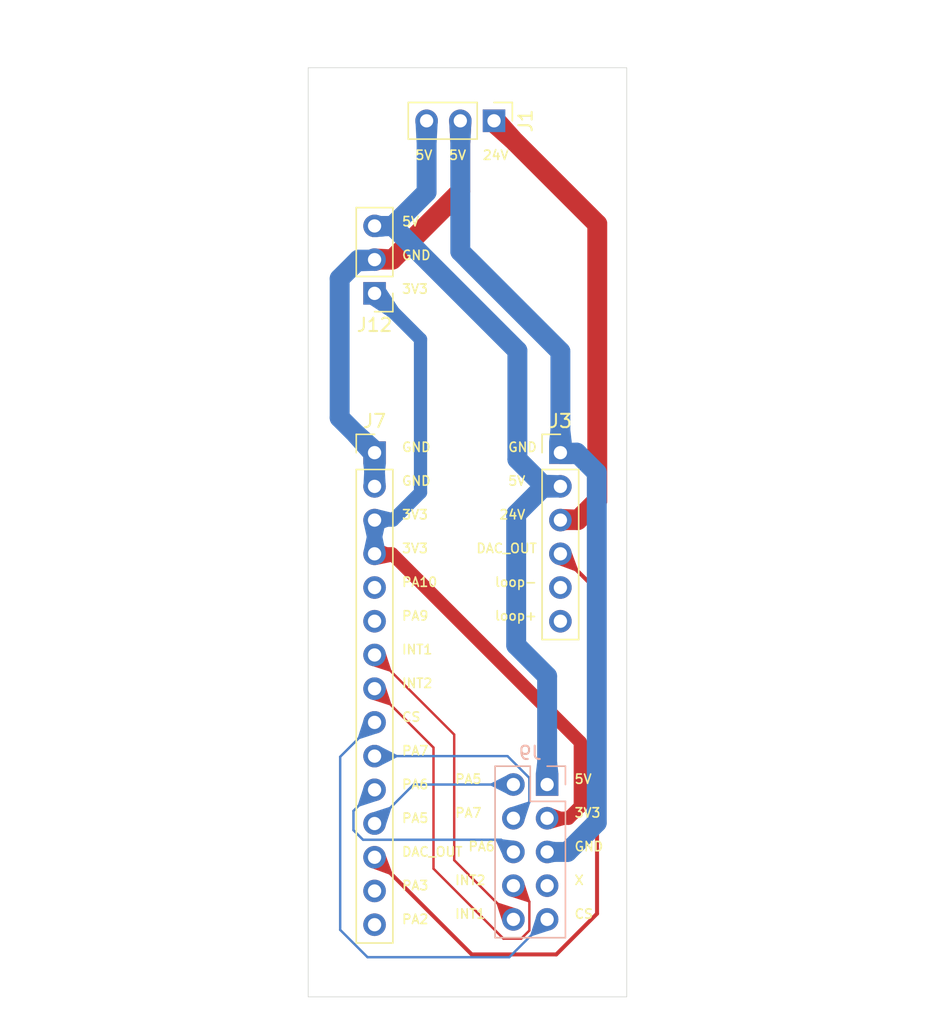
<source format=kicad_pcb>
(kicad_pcb (version 20241229) (generator "pcbnew") (generator_version "9.0")
  (layers (0 "F.Cu" signal) (2 "B.Cu" signal) (13 "F.Paste" user) (15 "B.Paste" user) (5 "F.SilkS" user "F.Silkscreen") (7 "B.SilkS" user "B.Silkscreen") (1 "F.Mask" user) (3 "B.Mask" user) (25 "Edge.Cuts" user))
  (net 0 "")
  (net 1 "+5V")
  (net 2 "GND")
  (net 3 "+24V")
  (net 4 "/DAC_OUT")
  (net 5 "/loop+")
  (net 6 "/loop-")
  (net 7 "/PA6")
  (net 8 "/PA5")
  (net 9 "/PA7")
  (net 10 "/PA2")
  (net 11 "/PA3")
  (net 12 "/PA9")
  (net 13 "/PA10")
  (net 14 "/INT1")
  (net 15 "/CS")
  (net 16 "+3.3V")
  (net 17 "/INT2")
  (net 18 "/VS")
  (footprint "Connector_PinHeader_2.54mm:PinHeader_1x15_P2.54mm_Vertical" (layer "F.Cu") (at 95 108)
    (property "Reference" "J7" (at 0 -2.38 0) (layer "F.SilkS"))
    (property "Value" "Conn_01x15")
    (fp_line (start -1.38 -1.38) (end 0 -1.38) (stroke (width 0.12)) (layer "F.SilkS"))
    (fp_line (start -1.38 0) (end -1.38 -1.38) (stroke (width 0.12)) (layer "F.SilkS"))
    (fp_line (start -1.38 1.27) (end -1.38 36.94) (stroke (width 0.12)) (layer "F.SilkS"))
    (fp_line (start -1.38 1.27) (end 1.38 1.27) (stroke (width 0.12)) (layer "F.SilkS"))
    (fp_line (start -1.38 36.94) (end 1.38 36.94) (stroke (width 0.12)) (layer "F.SilkS"))
    (fp_line (start 1.38 1.27) (end 1.38 36.94) (stroke (width 0.12)) (layer "F.SilkS"))
    (pad "1" thru_hole rect (at 0 0) (size 1.7 1.7) (drill 1) (layers "*.Cu" "*.Mask") (net 2 "GND"))
    (pad "2" thru_hole circle (at 0 2.54) (size 1.7 1.7) (drill 1) (layers "*.Cu" "*.Mask") (net 2 "GND"))
    (pad "3" thru_hole circle (at 0 5.08) (size 1.7 1.7) (drill 1) (layers "*.Cu" "*.Mask") (net 16 "+3.3V"))
    (pad "4" thru_hole circle (at 0 7.62) (size 1.7 1.7) (drill 1) (layers "*.Cu" "*.Mask") (net 16 "+3.3V"))
    (pad "5" thru_hole circle (at 0 10.16) (size 1.7 1.7) (drill 1) (layers "*.Cu" "*.Mask") (net 13 "/PA10"))
    (pad "6" thru_hole circle (at 0 12.7) (size 1.7 1.7) (drill 1) (layers "*.Cu" "*.Mask") (net 12 "/PA9"))
    (pad "7" thru_hole circle (at 0 15.24) (size 1.7 1.7) (drill 1) (layers "*.Cu" "*.Mask") (net 14 "/INT1"))
    (pad "8" thru_hole circle (at 0 17.78) (size 1.7 1.7) (drill 1) (layers "*.Cu" "*.Mask") (net 17 "/INT2"))
    (pad "9" thru_hole circle (at 0 20.32) (size 1.7 1.7) (drill 1) (layers "*.Cu" "*.Mask") (net 15 "/CS"))
    (pad "10" thru_hole circle (at 0 22.86) (size 1.7 1.7) (drill 1) (layers "*.Cu" "*.Mask") (net 9 "/PA7"))
    (pad "11" thru_hole circle (at 0 25.4) (size 1.7 1.7) (drill 1) (layers "*.Cu" "*.Mask") (net 7 "/PA6"))
    (pad "12" thru_hole circle (at 0 27.94) (size 1.7 1.7) (drill 1) (layers "*.Cu" "*.Mask") (net 8 "/PA5"))
    (pad "13" thru_hole circle (at 0 30.48) (size 1.7 1.7) (drill 1) (layers "*.Cu" "*.Mask") (net 4 "/DAC_OUT"))
    (pad "14" thru_hole circle (at 0 33.02) (size 1.7 1.7) (drill 1) (layers "*.Cu" "*.Mask") (net 11 "/PA3"))
    (pad "15" thru_hole circle (at 0 35.56) (size 1.7 1.7) (drill 1) (layers "*.Cu" "*.Mask") (net 10 "/PA2"))
  )
  (footprint "Connector_PinHeader_2.54mm:PinHeader_1x03_P2.54mm_Vertical" (layer "F.Cu") (at 95 96 180)
    (property "Reference" "J12" (at 0 -2.38 0) (layer "F.SilkS"))
    (property "Value" "Conn_01x03")
    (fp_line (start 1.38 1.27) (end 1.38 6.46) (stroke (width 0.12)) (layer "F.SilkS"))
    (fp_line (start -1.38 6.46) (end 1.38 6.46) (stroke (width 0.12)) (layer "F.SilkS"))
    (fp_line (start -1.38 1.27) (end 1.38 1.27) (stroke (width 0.12)) (layer "F.SilkS"))
    (fp_line (start -1.38 1.27) (end -1.38 6.46) (stroke (width 0.12)) (layer "F.SilkS"))
    (fp_line (start -1.38 0) (end -1.38 -1.38) (stroke (width 0.12)) (layer "F.SilkS"))
    (fp_line (start -1.38 -1.38) (end 0 -1.38) (stroke (width 0.12)) (layer "F.SilkS"))
    (pad "1" thru_hole rect (at 0 0 180) (size 1.7 1.7) (drill 1) (layers "*.Cu" "*.Mask") (net 16 "+3.3V"))
    (pad "2" thru_hole circle (at 0 2.54 180) (size 1.7 1.7) (drill 1) (layers "*.Cu" "*.Mask") (net 2 "GND"))
    (pad "3" thru_hole circle (at 0 5.08 180) (size 1.7 1.7) (drill 1) (layers "*.Cu" "*.Mask") (net 1 "+5V"))
  )
  (footprint "Connector_PinHeader_2.54mm:PinHeader_1x06_P2.54mm_Vertical" (layer "F.Cu") (at 109 108)
    (property "Reference" "J3" (at 0 -2.38 0) (layer "F.SilkS"))
    (property "Value" "Conn_01x06")
    (fp_line (start -1.38 -1.38) (end 0 -1.38) (stroke (width 0.12)) (layer "F.SilkS"))
    (fp_line (start -1.38 0) (end -1.38 -1.38) (stroke (width 0.12)) (layer "F.SilkS"))
    (fp_line (start -1.38 1.27) (end -1.38 14.08) (stroke (width 0.12)) (layer "F.SilkS"))
    (fp_line (start -1.38 1.27) (end 1.38 1.27) (stroke (width 0.12)) (layer "F.SilkS"))
    (fp_line (start -1.38 14.08) (end 1.38 14.08) (stroke (width 0.12)) (layer "F.SilkS"))
    (fp_line (start 1.38 1.27) (end 1.38 14.08) (stroke (width 0.12)) (layer "F.SilkS"))
    (pad "1" thru_hole rect (at 0 0) (size 1.7 1.7) (drill 1) (layers "*.Cu" "*.Mask") (net 2 "GND"))
    (pad "2" thru_hole circle (at 0 2.54) (size 1.7 1.7) (drill 1) (layers "*.Cu" "*.Mask") (net 1 "+5V"))
    (pad "3" thru_hole circle (at 0 5.08) (size 1.7 1.7) (drill 1) (layers "*.Cu" "*.Mask") (net 3 "+24V"))
    (pad "4" thru_hole circle (at 0 7.62) (size 1.7 1.7) (drill 1) (layers "*.Cu" "*.Mask") (net 4 "/DAC_OUT"))
    (pad "5" thru_hole circle (at 0 10.16) (size 1.7 1.7) (drill 1) (layers "*.Cu" "*.Mask") (net 6 "/loop-"))
    (pad "6" thru_hole circle (at 0 12.7) (size 1.7 1.7) (drill 1) (layers "*.Cu" "*.Mask") (net 5 "/loop+"))
  )
  (footprint "Connector_PinHeader_2.54mm:PinHeader_1x03_P2.54mm_Vertical" (layer "F.Cu") (at 104 83 -90)
    (property "Reference" "J1" (at 0 -2.38 90) (layer "F.SilkS"))
    (property "Value" "Conn_01x03")
    (fp_line (start -1.38 6.46) (end 1.38 6.46) (stroke (width 0.12)) (layer "F.SilkS"))
    (fp_line (start -1.38 1.27) (end -1.38 6.46) (stroke (width 0.12)) (layer "F.SilkS"))
    (fp_line (start -1.38 1.27) (end 1.38 1.27) (stroke (width 0.12)) (layer "F.SilkS"))
    (fp_line (start 1.38 1.27) (end 1.38 6.46) (stroke (width 0.12)) (layer "F.SilkS"))
    (fp_line (start -1.38 0) (end -1.38 -1.38) (stroke (width 0.12)) (layer "F.SilkS"))
    (fp_line (start -1.38 -1.38) (end 0 -1.38) (stroke (width 0.12)) (layer "F.SilkS"))
    (pad "1" thru_hole rect (at 0 0 270) (size 1.7 1.7) (drill 1) (layers "*.Cu" "*.Mask") (net 3 "+24V"))
    (pad "2" thru_hole circle (at 0 2.54 270) (size 1.7 1.7) (drill 1) (layers "*.Cu" "*.Mask") (net 2 "GND"))
    (pad "3" thru_hole circle (at 0 5.08 270) (size 1.7 1.7) (drill 1) (layers "*.Cu" "*.Mask") (net 1 "+5V"))
  )
  (footprint "Connector_PinHeader_2.54mm:PinHeader_2x05_P2.54mm_Vertical" (layer "B.Cu") (at 108 133 180)
    (property "Reference" "J9" (at 1.27 2.38 0) (layer "B.SilkS") (effects (justify mirror)))
    (property "Value" "Conn_02x05_Odd_Even")
    (fp_line (start 3.92 1.38) (end 3.92 -11.54) (stroke (width 0.12)) (layer "B.SilkS"))
    (fp_line (start 1.27 1.38) (end 3.92 1.38) (stroke (width 0.12)) (layer "B.SilkS"))
    (fp_line (start 1.27 -1.27) (end 1.27 1.38) (stroke (width 0.12)) (layer "B.SilkS"))
    (fp_line (start -1.38 1.38) (end 0 1.38) (stroke (width 0.12)) (layer "B.SilkS"))
    (fp_line (start -1.38 0) (end -1.38 1.38) (stroke (width 0.12)) (layer "B.SilkS"))
    (fp_line (start -1.38 -1.27) (end 1.27 -1.27) (stroke (width 0.12)) (layer "B.SilkS"))
    (fp_line (start -1.38 -1.27) (end -1.38 -11.54) (stroke (width 0.12)) (layer "B.SilkS"))
    (fp_line (start -1.38 -11.54) (end 3.92 -11.54) (stroke (width 0.12)) (layer "B.SilkS"))
    (pad "1" thru_hole rect (at 0 0 180) (size 1.7 1.7) (drill 1) (layers "*.Cu" "*.Mask") (net 1 "+5V"))
    (pad "2" thru_hole circle (at 2.54 0 180) (size 1.7 1.7) (drill 1) (layers "*.Cu" "*.Mask") (net 8 "/PA5"))
    (pad "3" thru_hole circle (at 0 -2.54 180) (size 1.7 1.7) (drill 1) (layers "*.Cu" "*.Mask") (net 16 "+3.3V"))
    (pad "4" thru_hole circle (at 2.54 -2.54 180) (size 1.7 1.7) (drill 1) (layers "*.Cu" "*.Mask") (net 9 "/PA7"))
    (pad "5" thru_hole circle (at 0 -5.08 180) (size 1.7 1.7) (drill 1) (layers "*.Cu" "*.Mask") (net 2 "GND"))
    (pad "6" thru_hole circle (at 2.54 -5.08 180) (size 1.7 1.7) (drill 1) (layers "*.Cu" "*.Mask") (net 7 "/PA6"))
    (pad "7" thru_hole circle (at 0 -7.62 180) (size 1.7 1.7) (drill 1) (layers "*.Cu" "*.Mask") (net 18 "/VS"))
    (pad "8" thru_hole circle (at 2.54 -7.62 180) (size 1.7 1.7) (drill 1) (layers "*.Cu" "*.Mask") (net 17 "/INT2"))
    (pad "9" thru_hole circle (at 0 -10.16 180) (size 1.7 1.7) (drill 1) (layers "*.Cu" "*.Mask") (net 15 "/CS"))
    (pad "10" thru_hole circle (at 2.54 -10.16 180) (size 1.7 1.7) (drill 1) (layers "*.Cu" "*.Mask") (net 14 "/INT1"))
  )
  (gr_rect (start 90 79) (end 114 149) (stroke (width 0.05)) (fill no) (layer "Edge.Cuts"))
  (gr_text "GND" (at 105 108 0) (layer "F.SilkS") (effects (font (size 0.7 0.7) (thickness 0.12) (bold yes)) (justify left bottom)))
  (gr_text "24V" (at 103.08 86 0) (layer "F.SilkS") (effects (font (size 0.7 0.7) (thickness 0.12) (bold yes)) (justify left bottom)))
  (gr_text "5V" (at 100.54 86 0) (layer "F.SilkS") (effects (font (size 0.7 0.7) (thickness 0.12) (bold yes)) (justify left bottom)))
  (gr_text "3V3" (at 110 135.54 0) (layer "F.SilkS") (effects (font (size 0.7 0.7) (thickness 0.12) (bold yes)) (justify left bottom)))
  (gr_text "PA3" (at 97 141.02 0) (layer "F.SilkS") (effects (font (size 0.7 0.7) (thickness 0.12) (bold yes)) (justify left bottom)))
  (gr_text "5V\n" (at 104.999999 110.54 0) (layer "F.SilkS") (effects (font (size 0.7 0.7) (thickness 0.12) (bold yes)) (justify left bottom)))
  (gr_text "PA7" (at 101 135.54 0) (layer "F.SilkS") (effects (font (size 0.7 0.7) (thickness 0.12) (bold yes)) (justify left bottom)))
  (gr_text "PA7" (at 97 130.86 0) (layer "F.SilkS") (effects (font (size 0.7 0.7) (thickness 0.12) (bold yes)) (justify left bottom)))
  (gr_text "GND" (at 97 108 0) (layer "F.SilkS") (effects (font (size 0.7 0.7) (thickness 0.12) (bold yes)) (justify left bottom)))
  (gr_text "loop+" (at 104 120.7 0) (layer "F.SilkS") (effects (font (size 0.7 0.7) (thickness 0.12) (bold yes)) (justify left bottom)))
  (gr_text "5V" (at 97 91 0) (layer "F.SilkS") (effects (font (size 0.7 0.7) (thickness 0.12) (bold yes)) (justify left bottom)))
  (gr_text "5V" (at 110 133 0) (layer "F.SilkS") (effects (font (size 0.7 0.7) (thickness 0.12) (bold yes)) (justify left bottom)))
  (gr_text "INT1" (at 97 123.24 0) (layer "F.SilkS") (effects (font (size 0.7 0.7) (thickness 0.12) (bold yes)) (justify left bottom)))
  (gr_text "3V3\n" (at 97 113.08 0) (layer "F.SilkS") (effects (font (size 0.7 0.7) (thickness 0.12) (bold yes)) (justify left bottom)))
  (gr_text "GND" (at 97 110.54 0) (layer "F.SilkS") (effects (font (size 0.7 0.7) (thickness 0.12) (bold yes)) (justify left bottom)))
  (gr_text "CS" (at 110 143.16 0) (layer "F.SilkS") (effects (font (size 0.7 0.7) (thickness 0.12) (bold yes)) (justify left bottom)))
  (gr_text "PA5" (at 101 133 0) (layer "F.SilkS") (effects (font (size 0.7 0.7) (thickness 0.12) (bold yes)) (justify left bottom)))
  (gr_text "PA10\n" (at 97 118.16 0) (layer "F.SilkS") (effects (font (size 0.7 0.7) (thickness 0.12) (bold yes)) (justify left bottom)))
  (gr_text "PA2" (at 97 143.56 0) (layer "F.SilkS") (effects (font (size 0.7 0.7) (thickness 0.12) (bold yes)) (justify left bottom)))
  (gr_text "PA9" (at 97 120.7 0) (layer "F.SilkS") (effects (font (size 0.7 0.7) (thickness 0.12) (bold yes)) (justify left bottom)))
  (gr_text "PA5" (at 97 135.94 0) (layer "F.SilkS") (effects (font (size 0.7 0.7) (thickness 0.12) (bold yes)) (justify left bottom)))
  (gr_text "DAC_OUT" (at 97 138.48 0) (layer "F.SilkS") (effects (font (size 0.7 0.7) (thickness 0.12) (bold yes)) (justify left bottom)))
  (gr_text "GND" (at 110 138.08 0) (layer "F.SilkS") (effects (font (size 0.7 0.7) (thickness 0.12) (bold yes)) (justify left bottom)))
  (gr_text "INT1\n" (at 101 143.16 0) (layer "F.SilkS") (effects (font (size 0.7 0.7) (thickness 0.12) (bold yes)) (justify left bottom)))
  (gr_text "CS" (at 97 128.32 0) (layer "F.SilkS") (effects (font (size 0.7 0.7) (thickness 0.12) (bold yes)) (justify left bottom)))
  (gr_text "PA6" (at 97 133.4 0) (layer "F.SilkS") (effects (font (size 0.7 0.7) (thickness 0.12) (bold yes)) (justify left bottom)))
  (gr_text "loop-" (at 104 118.16 0) (layer "F.SilkS") (effects (font (size 0.7 0.7) (thickness 0.12) (bold yes)) (justify left bottom)))
  (gr_text "DAC_OUT" (at 102.600001 115.62 0) (layer "F.SilkS") (effects (font (size 0.7 0.7) (thickness 0.12) (bold yes)) (justify left bottom)))
  (gr_text "X" (at 110 140.62 0) (layer "F.SilkS") (effects (font (size 0.7 0.7) (thickness 0.12) (bold yes)) (justify left bottom)))
  (gr_text "24V" (at 104.333332 113.08 0) (layer "F.SilkS") (effects (font (size 0.7 0.7) (thickness 0.12) (bold yes)) (justify left bottom)))
  (gr_text "5V" (at 98 86 0) (layer "F.SilkS") (effects (font (size 0.7 0.7) (thickness 0.12) (bold yes)) (justify left bottom)))
  (gr_text "INT2" (at 101 140.62 0) (layer "F.SilkS") (effects (font (size 0.7 0.7) (thickness 0.12) (bold yes)) (justify left bottom)))
  (gr_text "3V3" (at 97 96.08 0) (layer "F.SilkS") (effects (font (size 0.7 0.7) (thickness 0.12) (bold yes)) (justify left bottom)))
  (gr_text "INT2" (at 97 125.78 0) (layer "F.SilkS") (effects (font (size 0.7 0.7) (thickness 0.12) (bold yes)) (justify left bottom)))
  (gr_text "GND" (at 97 93.54 0) (layer "F.SilkS") (effects (font (size 0.7 0.7) (thickness 0.12) (bold yes)) (justify left bottom)))
  (gr_text "3V3" (at 97 115.62 0) (layer "F.SilkS") (effects (font (size 0.7 0.7) (thickness 0.12) (bold yes)) (justify left bottom)))
  (gr_text "PA6" (at 102 138.08 0) (layer "F.SilkS") (effects (font (size 0.7 0.7) (thickness 0.12) (bold yes)) (justify left bottom)))
  (segment (start 95 90.92) (end 96.36 90.92) (width 1.5) (layer "B.Cu") (net 1))
  (segment (start 98.92 88.37) (end 98.92 83) (width 1.5) (layer "B.Cu") (net 1))
  (segment (start 105.67 112.64) (end 107.77 110.54) (width 1.5) (layer "B.Cu") (net 1))
  (segment (start 108 124.84) (end 105.67 122.51) (width 1.5) (layer "B.Cu") (net 1))
  (segment (start 105.76 108.502081) (end 107.797919 110.54) (width 1.5) (layer "B.Cu") (net 1))
  (segment (start 108 133) (end 108 124.84) (width 1.5) (layer "B.Cu") (net 1))
  (segment (start 105.67 122.51) (end 105.67 112.64) (width 1.5) (layer "B.Cu") (net 1))
  (segment (start 105.76 100.32) (end 105.76 108.502081) (width 1.5) (layer "B.Cu") (net 1))
  (segment (start 95 90.92) (end 96.37 90.92) (width 1.5) (layer "B.Cu") (net 1))
  (segment (start 107.77 110.54) (end 109 110.54) (width 1.5) (layer "B.Cu") (net 1))
  (segment (start 107.797919 110.54) (end 109 110.54) (width 1.5) (layer "B.Cu") (net 1))
  (segment (start 96.37 90.92) (end 98.92 88.37) (width 1.5) (layer "B.Cu") (net 1))
  (segment (start 96.36 90.92) (end 105.76 100.32) (width 1.5) (layer "B.Cu") (net 1))
  (segment (start 96.33 93.46) (end 101.46 88.33) (width 1.5) (layer "F.Cu") (net 2))
  (segment (start 95 93.46) (end 96.33 93.46) (width 1.5) (layer "F.Cu") (net 2))
  (segment (start 101.46 88.33) (end 101.46 83) (width 1.5) (layer "F.Cu") (net 2))
  (segment (start 92.37 94.887919) (end 93.797919 93.46) (width 1.5) (layer "B.Cu") (net 2))
  (segment (start 92.37 105.37) (end 92.37 94.887919) (width 1.5) (layer "B.Cu") (net 2))
  (segment (start 109 106.257919) (end 109 108) (width 1.5) (layer "B.Cu") (net 2))
  (segment (start 101.46 92.85) (end 109 100.39) (width 1.5) (layer "B.Cu") (net 2))
  (segment (start 95 110.54) (end 95 108) (width 1.5) (layer "B.Cu") (net 2))
  (segment (start 102.07 93.46) (end 109 100.39) (width 1.5) (layer "B.Cu") (net 2))
  (segment (start 109 100.39) (end 109 106.257919) (width 1.5) (layer "B.Cu") (net 2))
  (segment (start 93.797919 93.46) (end 95 93.46) (width 1.5) (layer "B.Cu") (net 2))
  (segment (start 110.23 108) (end 109 108) (width 1.5) (layer "B.Cu") (net 2))
  (segment (start 101.46 83) (end 101.46 92.85) (width 1.5) (layer "B.Cu") (net 2))
  (segment (start 111.74 135.87) (end 111.74 109.51) (width 1.5) (layer "B.Cu") (net 2))
  (segment (start 95 108) (end 92.37 105.37) (width 1.5) (layer "B.Cu") (net 2))
  (segment (start 109.53 138.08) (end 111.74 135.87) (width 1.5) (layer "B.Cu") (net 2))
  (segment (start 111.74 109.51) (end 110.23 108) (width 1.5) (layer "B.Cu") (net 2))
  (segment (start 108 138.08) (end 109.53 138.08) (width 1.5) (layer "B.Cu") (net 2))
  (segment (start 110.31 113.08) (end 109 113.08) (width 1.5) (layer "F.Cu") (net 3))
  (segment (start 111.78 111.61) (end 110.31 113.08) (width 1.5) (layer "F.Cu") (net 3))
  (segment (start 111.78 90.78) (end 111.78 111.61) (width 1.5) (layer "F.Cu") (net 3))
  (segment (start 104 83) (end 111.78 90.78) (width 1.5) (layer "F.Cu") (net 3))
  (segment (start 108.69 145.8) (end 102.32 145.8) (width 0.3) (layer "F.Cu") (net 4))
  (segment (start 109 115.62) (end 111.761 118.381) (width 0.3) (layer "F.Cu") (net 4))
  (segment (start 111.761 118.381) (end 111.761 142.729) (width 0.3) (layer "F.Cu") (net 4))
  (segment (start 111.761 142.729) (end 108.69 145.8) (width 0.3) (layer "F.Cu") (net 4))
  (segment (start 102.32 145.8) (end 95 138.48) (width 0.3) (layer "F.Cu") (net 4))
  (segment (start 94.13 137.16) (end 104.54 137.16) (width 0.18) (layer "B.Cu") (net 7))
  (segment (start 93.41 136.44) (end 94.13 137.16) (width 0.18) (layer "B.Cu") (net 7))
  (segment (start 104.54 137.16) (end 105.46 138.08) (width 0.18) (layer "B.Cu") (net 7))
  (segment (start 93.41 134.99) (end 93.41 136.44) (width 0.18) (layer "B.Cu") (net 7))
  (segment (start 95 133.4) (end 93.41 134.99) (width 0.18) (layer "B.Cu") (net 7))
  (segment (start 95 135.94) (end 97.94 133) (width 0.18) (layer "B.Cu") (net 8))
  (segment (start 97.94 133) (end 105.46 133) (width 0.18) (layer "B.Cu") (net 8))
  (segment (start 106.661 134.339) (end 105.46 135.54) (width 0.18) (layer "B.Cu") (net 9))
  (segment (start 106.661 132.502529) (end 106.661 134.339) (width 0.18) (layer "B.Cu") (net 9))
  (segment (start 95 130.86) (end 105.018471 130.86) (width 0.18) (layer "B.Cu") (net 9))
  (segment (start 105.018471 130.86) (end 106.661 132.502529) (width 0.18) (layer "B.Cu") (net 9))
  (segment (start 95 123.24) (end 101 129.24) (width 0.18) (layer "F.Cu") (net 14))
  (segment (start 101 138.7) (end 105.46 143.16) (width 0.18) (layer "F.Cu") (net 14))
  (segment (start 101 129.24) (end 101 138.7) (width 0.18) (layer "F.Cu") (net 14))
  (segment (start 94.47 146.01) (end 92.41 143.95) (width 0.18) (layer "B.Cu") (net 15))
  (segment (start 92.41 143.95) (end 92.41 130.91) (width 0.18) (layer "B.Cu") (net 15))
  (segment (start 105.15 146.01) (end 94.47 146.01) (width 0.18) (layer "B.Cu") (net 15))
  (segment (start 92.41 130.91) (end 95 128.32) (width 0.18) (layer "B.Cu") (net 15))
  (segment (start 108 143.16) (end 105.15 146.01) (width 0.18) (layer "B.Cu") (net 15))
  (segment (start 110.5 134.65) (end 109.61 135.54) (width 1) (layer "F.Cu") (net 16))
  (segment (start 110.5 129.81) (end 110.5 134.65) (width 1) (layer "F.Cu") (net 16))
  (segment (start 109.61 135.54) (end 108 135.54) (width 1) (layer "F.Cu") (net 16))
  (segment (start 96.31 115.62) (end 110.5 129.81) (width 1) (layer "F.Cu") (net 16))
  (segment (start 95 115.62) (end 96.31 115.62) (width 1) (layer "F.Cu") (net 16))
  (segment (start 95 113.08) (end 96.38 113.08) (width 1) (layer "B.Cu") (net 16))
  (segment (start 98.46 111) (end 98.46 99.46) (width 1) (layer "B.Cu") (net 16))
  (segment (start 96.38 113.08) (end 98.46 111) (width 1) (layer "B.Cu") (net 16))
  (segment (start 95 113.08) (end 95 115.62) (width 1) (layer "B.Cu") (net 16))
  (segment (start 98.46 99.46) (end 95 96) (width 1) (layer "B.Cu") (net 16))
  (segment (start 99.44 130.22) (end 99.44 139.34) (width 0.18) (layer "F.Cu") (net 17))
  (segment (start 106.661 143.999) (end 106.661 141.821) (width 0.18) (layer "F.Cu") (net 17))
  (segment (start 106.661 141.821) (end 105.46 140.62) (width 0.18) (layer "F.Cu") (net 17))
  (segment (start 104.71 144.61) (end 106.05 144.61) (width 0.18) (layer "F.Cu") (net 17))
  (segment (start 99.44 139.34) (end 104.71 144.61) (width 0.18) (layer "F.Cu") (net 17))
  (segment (start 95 125.78) (end 99.44 130.22) (width 0.18) (layer "F.Cu") (net 17))
  (segment (start 106.05 144.61) (end 106.661 143.999) (width 0.18) (layer "F.Cu") (net 17))
)
</source>
